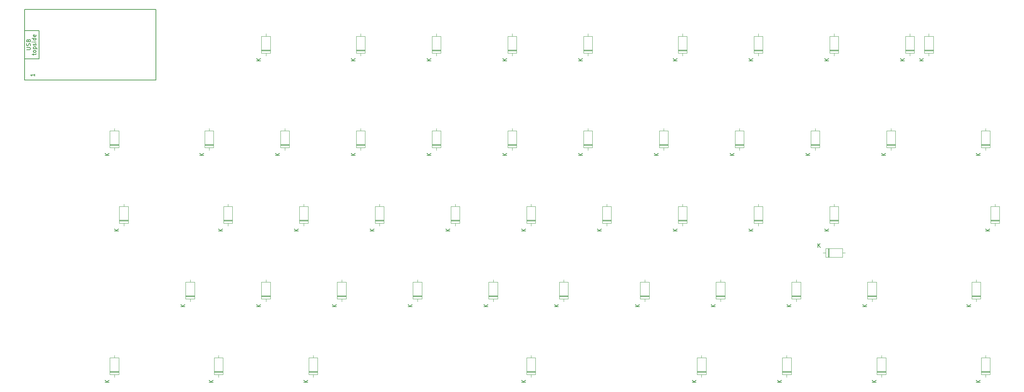
<source format=gbr>
%TF.GenerationSoftware,KiCad,Pcbnew,7.0.8+dfsg-1*%
%TF.CreationDate,2023-11-03T17:26:10+01:00*%
%TF.ProjectId,plopplop-rounded,706c6f70-706c-46f7-902d-726f756e6465,rev?*%
%TF.SameCoordinates,PXfbec30PY8198450*%
%TF.FileFunction,Legend,Top*%
%TF.FilePolarity,Positive*%
%FSLAX46Y46*%
G04 Gerber Fmt 4.6, Leading zero omitted, Abs format (unit mm)*
G04 Created by KiCad (PCBNEW 7.0.8+dfsg-1) date 2023-11-03 17:26:10*
%MOMM*%
%LPD*%
G01*
G04 APERTURE LIST*
%ADD10C,0.150000*%
%ADD11C,0.120000*%
G04 APERTURE END LIST*
D10*
X248844819Y12755596D02*
X247844819Y12755596D01*
X248844819Y13327024D02*
X248273390Y12898453D01*
X247844819Y13327024D02*
X248416247Y12755596D01*
X222651069Y12755596D02*
X221651069Y12755596D01*
X222651069Y13327024D02*
X222079640Y12898453D01*
X221651069Y13327024D02*
X222222497Y12755596D01*
X198838569Y12755596D02*
X197838569Y12755596D01*
X198838569Y13327024D02*
X198267140Y12898453D01*
X197838569Y13327024D02*
X198409997Y12755596D01*
X177407319Y12755596D02*
X176407319Y12755596D01*
X177407319Y13327024D02*
X176835890Y12898453D01*
X176407319Y13327024D02*
X176978747Y12755596D01*
X134544819Y12755596D02*
X133544819Y12755596D01*
X134544819Y13327024D02*
X133973390Y12898453D01*
X133544819Y13327024D02*
X134116247Y12755596D01*
X79776069Y12755596D02*
X78776069Y12755596D01*
X79776069Y13327024D02*
X79204640Y12898453D01*
X78776069Y13327024D02*
X79347497Y12755596D01*
X55963569Y12755596D02*
X54963569Y12755596D01*
X55963569Y13327024D02*
X55392140Y12898453D01*
X54963569Y13327024D02*
X55534997Y12755596D01*
X29769819Y12755596D02*
X28769819Y12755596D01*
X29769819Y13327024D02*
X29198390Y12898453D01*
X28769819Y13327024D02*
X29341247Y12755596D01*
X246463569Y31805596D02*
X245463569Y31805596D01*
X246463569Y32377024D02*
X245892140Y31948453D01*
X245463569Y32377024D02*
X246034997Y31805596D01*
X220269819Y31805596D02*
X219269819Y31805596D01*
X220269819Y32377024D02*
X219698390Y31948453D01*
X219269819Y32377024D02*
X219841247Y31805596D01*
X201219819Y31805596D02*
X200219819Y31805596D01*
X201219819Y32377024D02*
X200648390Y31948453D01*
X200219819Y32377024D02*
X200791247Y31805596D01*
X182169819Y31805596D02*
X181169819Y31805596D01*
X182169819Y32377024D02*
X181598390Y31948453D01*
X181169819Y32377024D02*
X181741247Y31805596D01*
X163119819Y31805596D02*
X162119819Y31805596D01*
X163119819Y32377024D02*
X162548390Y31948453D01*
X162119819Y32377024D02*
X162691247Y31805596D01*
X142769819Y31805596D02*
X141769819Y31805596D01*
X142769819Y32377024D02*
X142198390Y31948453D01*
X141769819Y32377024D02*
X142341247Y31805596D01*
X125019819Y31805596D02*
X124019819Y31805596D01*
X125019819Y32377024D02*
X124448390Y31948453D01*
X124019819Y32377024D02*
X124591247Y31805596D01*
X105969819Y31805596D02*
X104969819Y31805596D01*
X105969819Y32377024D02*
X105398390Y31948453D01*
X104969819Y32377024D02*
X105541247Y31805596D01*
X86919819Y31805596D02*
X85919819Y31805596D01*
X86919819Y32377024D02*
X86348390Y31948453D01*
X85919819Y32377024D02*
X86491247Y31805596D01*
X67869819Y31805596D02*
X66869819Y31805596D01*
X67869819Y32377024D02*
X67298390Y31948453D01*
X66869819Y32377024D02*
X67441247Y31805596D01*
X48819819Y31805596D02*
X47819819Y31805596D01*
X48819819Y32377024D02*
X48248390Y31948453D01*
X47819819Y32377024D02*
X48391247Y31805596D01*
X251226069Y50855596D02*
X250226069Y50855596D01*
X251226069Y51427024D02*
X250654640Y50998453D01*
X250226069Y51427024D02*
X250797497Y50855596D01*
X208018095Y46747681D02*
X208018095Y47747681D01*
X208589523Y46747681D02*
X208160952Y47319110D01*
X208589523Y47747681D02*
X208018095Y47176253D01*
X210744819Y50855596D02*
X209744819Y50855596D01*
X210744819Y51427024D02*
X210173390Y50998453D01*
X209744819Y51427024D02*
X210316247Y50855596D01*
X191694819Y50855596D02*
X190694819Y50855596D01*
X191694819Y51427024D02*
X191123390Y50998453D01*
X190694819Y51427024D02*
X191266247Y50855596D01*
X172644819Y50855596D02*
X171644819Y50855596D01*
X172644819Y51427024D02*
X172073390Y50998453D01*
X171644819Y51427024D02*
X172216247Y50855596D01*
X153594819Y50855596D02*
X152594819Y50855596D01*
X153594819Y51427024D02*
X153023390Y50998453D01*
X152594819Y51427024D02*
X153166247Y50855596D01*
X134544819Y50855596D02*
X133544819Y50855596D01*
X134544819Y51427024D02*
X133973390Y50998453D01*
X133544819Y51427024D02*
X134116247Y50855596D01*
X115494819Y50855596D02*
X114494819Y50855596D01*
X115494819Y51427024D02*
X114923390Y50998453D01*
X114494819Y51427024D02*
X115066247Y50855596D01*
X96444819Y50855596D02*
X95444819Y50855596D01*
X96444819Y51427024D02*
X95873390Y50998453D01*
X95444819Y51427024D02*
X96016247Y50855596D01*
X77394819Y50855596D02*
X76394819Y50855596D01*
X77394819Y51427024D02*
X76823390Y50998453D01*
X76394819Y51427024D02*
X76966247Y50855596D01*
X58344819Y50855596D02*
X57344819Y50855596D01*
X58344819Y51427024D02*
X57773390Y50998453D01*
X57344819Y51427024D02*
X57916247Y50855596D01*
X32151069Y50855596D02*
X31151069Y50855596D01*
X32151069Y51427024D02*
X31579640Y50998453D01*
X31151069Y51427024D02*
X31722497Y50855596D01*
X248844819Y69905596D02*
X247844819Y69905596D01*
X248844819Y70477024D02*
X248273390Y70048453D01*
X247844819Y70477024D02*
X248416247Y69905596D01*
X225032319Y69905596D02*
X224032319Y69905596D01*
X225032319Y70477024D02*
X224460890Y70048453D01*
X224032319Y70477024D02*
X224603747Y69905596D01*
X205982319Y69905596D02*
X204982319Y69905596D01*
X205982319Y70477024D02*
X205410890Y70048453D01*
X204982319Y70477024D02*
X205553747Y69905596D01*
X186932319Y69905596D02*
X185932319Y69905596D01*
X186932319Y70477024D02*
X186360890Y70048453D01*
X185932319Y70477024D02*
X186503747Y69905596D01*
X167882319Y69905596D02*
X166882319Y69905596D01*
X167882319Y70477024D02*
X167310890Y70048453D01*
X166882319Y70477024D02*
X167453747Y69905596D01*
X148832319Y69905596D02*
X147832319Y69905596D01*
X148832319Y70477024D02*
X148260890Y70048453D01*
X147832319Y70477024D02*
X148403747Y69905596D01*
X129782319Y69905596D02*
X128782319Y69905596D01*
X129782319Y70477024D02*
X129210890Y70048453D01*
X128782319Y70477024D02*
X129353747Y69905596D01*
X110732319Y69905596D02*
X109732319Y69905596D01*
X110732319Y70477024D02*
X110160890Y70048453D01*
X109732319Y70477024D02*
X110303747Y69905596D01*
X91682319Y69905596D02*
X90682319Y69905596D01*
X91682319Y70477024D02*
X91110890Y70048453D01*
X90682319Y70477024D02*
X91253747Y69905596D01*
X72632319Y69905596D02*
X71632319Y69905596D01*
X72632319Y70477024D02*
X72060890Y70048453D01*
X71632319Y70477024D02*
X72203747Y69905596D01*
X53582319Y69905596D02*
X52582319Y69905596D01*
X53582319Y70477024D02*
X53010890Y70048453D01*
X52582319Y70477024D02*
X53153747Y69905596D01*
X29769819Y69905596D02*
X28769819Y69905596D01*
X29769819Y70477024D02*
X29198390Y70048453D01*
X28769819Y70477024D02*
X29341247Y69905596D01*
X234557319Y93718096D02*
X233557319Y93718096D01*
X234557319Y94289524D02*
X233985890Y93860953D01*
X233557319Y94289524D02*
X234128747Y93718096D01*
X229794819Y93718096D02*
X228794819Y93718096D01*
X229794819Y94289524D02*
X229223390Y93860953D01*
X228794819Y94289524D02*
X229366247Y93718096D01*
X210744819Y93718096D02*
X209744819Y93718096D01*
X210744819Y94289524D02*
X210173390Y93860953D01*
X209744819Y94289524D02*
X210316247Y93718096D01*
X191694819Y93718096D02*
X190694819Y93718096D01*
X191694819Y94289524D02*
X191123390Y93860953D01*
X190694819Y94289524D02*
X191266247Y93718096D01*
X172644819Y93718096D02*
X171644819Y93718096D01*
X172644819Y94289524D02*
X172073390Y93860953D01*
X171644819Y94289524D02*
X172216247Y93718096D01*
X148832319Y93718096D02*
X147832319Y93718096D01*
X148832319Y94289524D02*
X148260890Y93860953D01*
X147832319Y94289524D02*
X148403747Y93718096D01*
X129782319Y93718096D02*
X128782319Y93718096D01*
X129782319Y94289524D02*
X129210890Y93860953D01*
X128782319Y94289524D02*
X129353747Y93718096D01*
X110732319Y93718096D02*
X109732319Y93718096D01*
X110732319Y94289524D02*
X110160890Y93860953D01*
X109732319Y94289524D02*
X110303747Y93718096D01*
X91682319Y93718096D02*
X90682319Y93718096D01*
X91682319Y94289524D02*
X91110890Y93860953D01*
X90682319Y94289524D02*
X91253747Y93718096D01*
X9022319Y96528096D02*
X9831842Y96528096D01*
X9831842Y96528096D02*
X9927080Y96575715D01*
X9927080Y96575715D02*
X9974700Y96623334D01*
X9974700Y96623334D02*
X10022319Y96718572D01*
X10022319Y96718572D02*
X10022319Y96909048D01*
X10022319Y96909048D02*
X9974700Y97004286D01*
X9974700Y97004286D02*
X9927080Y97051905D01*
X9927080Y97051905D02*
X9831842Y97099524D01*
X9831842Y97099524D02*
X9022319Y97099524D01*
X9974700Y97528096D02*
X10022319Y97670953D01*
X10022319Y97670953D02*
X10022319Y97909048D01*
X10022319Y97909048D02*
X9974700Y98004286D01*
X9974700Y98004286D02*
X9927080Y98051905D01*
X9927080Y98051905D02*
X9831842Y98099524D01*
X9831842Y98099524D02*
X9736604Y98099524D01*
X9736604Y98099524D02*
X9641366Y98051905D01*
X9641366Y98051905D02*
X9593747Y98004286D01*
X9593747Y98004286D02*
X9546128Y97909048D01*
X9546128Y97909048D02*
X9498509Y97718572D01*
X9498509Y97718572D02*
X9450890Y97623334D01*
X9450890Y97623334D02*
X9403271Y97575715D01*
X9403271Y97575715D02*
X9308033Y97528096D01*
X9308033Y97528096D02*
X9212795Y97528096D01*
X9212795Y97528096D02*
X9117557Y97575715D01*
X9117557Y97575715D02*
X9069938Y97623334D01*
X9069938Y97623334D02*
X9022319Y97718572D01*
X9022319Y97718572D02*
X9022319Y97956667D01*
X9022319Y97956667D02*
X9069938Y98099524D01*
X9498509Y98861429D02*
X9546128Y99004286D01*
X9546128Y99004286D02*
X9593747Y99051905D01*
X9593747Y99051905D02*
X9688985Y99099524D01*
X9688985Y99099524D02*
X9831842Y99099524D01*
X9831842Y99099524D02*
X9927080Y99051905D01*
X9927080Y99051905D02*
X9974700Y99004286D01*
X9974700Y99004286D02*
X10022319Y98909048D01*
X10022319Y98909048D02*
X10022319Y98528096D01*
X10022319Y98528096D02*
X9022319Y98528096D01*
X9022319Y98528096D02*
X9022319Y98861429D01*
X9022319Y98861429D02*
X9069938Y98956667D01*
X9069938Y98956667D02*
X9117557Y99004286D01*
X9117557Y99004286D02*
X9212795Y99051905D01*
X9212795Y99051905D02*
X9308033Y99051905D01*
X9308033Y99051905D02*
X9403271Y99004286D01*
X9403271Y99004286D02*
X9450890Y98956667D01*
X9450890Y98956667D02*
X9498509Y98861429D01*
X9498509Y98861429D02*
X9498509Y98528096D01*
X10755652Y95170953D02*
X10755652Y95551905D01*
X10422319Y95313810D02*
X11279461Y95313810D01*
X11279461Y95313810D02*
X11374700Y95361429D01*
X11374700Y95361429D02*
X11422319Y95456667D01*
X11422319Y95456667D02*
X11422319Y95551905D01*
X11422319Y96028096D02*
X11374700Y95932858D01*
X11374700Y95932858D02*
X11327080Y95885239D01*
X11327080Y95885239D02*
X11231842Y95837620D01*
X11231842Y95837620D02*
X10946128Y95837620D01*
X10946128Y95837620D02*
X10850890Y95885239D01*
X10850890Y95885239D02*
X10803271Y95932858D01*
X10803271Y95932858D02*
X10755652Y96028096D01*
X10755652Y96028096D02*
X10755652Y96170953D01*
X10755652Y96170953D02*
X10803271Y96266191D01*
X10803271Y96266191D02*
X10850890Y96313810D01*
X10850890Y96313810D02*
X10946128Y96361429D01*
X10946128Y96361429D02*
X11231842Y96361429D01*
X11231842Y96361429D02*
X11327080Y96313810D01*
X11327080Y96313810D02*
X11374700Y96266191D01*
X11374700Y96266191D02*
X11422319Y96170953D01*
X11422319Y96170953D02*
X11422319Y96028096D01*
X10755652Y96790001D02*
X11755652Y96790001D01*
X10803271Y96790001D02*
X10755652Y96885239D01*
X10755652Y96885239D02*
X10755652Y97075715D01*
X10755652Y97075715D02*
X10803271Y97170953D01*
X10803271Y97170953D02*
X10850890Y97218572D01*
X10850890Y97218572D02*
X10946128Y97266191D01*
X10946128Y97266191D02*
X11231842Y97266191D01*
X11231842Y97266191D02*
X11327080Y97218572D01*
X11327080Y97218572D02*
X11374700Y97170953D01*
X11374700Y97170953D02*
X11422319Y97075715D01*
X11422319Y97075715D02*
X11422319Y96885239D01*
X11422319Y96885239D02*
X11374700Y96790001D01*
X11374700Y97647144D02*
X11422319Y97742382D01*
X11422319Y97742382D02*
X11422319Y97932858D01*
X11422319Y97932858D02*
X11374700Y98028096D01*
X11374700Y98028096D02*
X11279461Y98075715D01*
X11279461Y98075715D02*
X11231842Y98075715D01*
X11231842Y98075715D02*
X11136604Y98028096D01*
X11136604Y98028096D02*
X11088985Y97932858D01*
X11088985Y97932858D02*
X11088985Y97790001D01*
X11088985Y97790001D02*
X11041366Y97694763D01*
X11041366Y97694763D02*
X10946128Y97647144D01*
X10946128Y97647144D02*
X10898509Y97647144D01*
X10898509Y97647144D02*
X10803271Y97694763D01*
X10803271Y97694763D02*
X10755652Y97790001D01*
X10755652Y97790001D02*
X10755652Y97932858D01*
X10755652Y97932858D02*
X10803271Y98028096D01*
X11422319Y98504287D02*
X10755652Y98504287D01*
X10422319Y98504287D02*
X10469938Y98456668D01*
X10469938Y98456668D02*
X10517557Y98504287D01*
X10517557Y98504287D02*
X10469938Y98551906D01*
X10469938Y98551906D02*
X10422319Y98504287D01*
X10422319Y98504287D02*
X10517557Y98504287D01*
X11422319Y99409048D02*
X10422319Y99409048D01*
X11374700Y99409048D02*
X11422319Y99313810D01*
X11422319Y99313810D02*
X11422319Y99123334D01*
X11422319Y99123334D02*
X11374700Y99028096D01*
X11374700Y99028096D02*
X11327080Y98980477D01*
X11327080Y98980477D02*
X11231842Y98932858D01*
X11231842Y98932858D02*
X10946128Y98932858D01*
X10946128Y98932858D02*
X10850890Y98980477D01*
X10850890Y98980477D02*
X10803271Y99028096D01*
X10803271Y99028096D02*
X10755652Y99123334D01*
X10755652Y99123334D02*
X10755652Y99313810D01*
X10755652Y99313810D02*
X10803271Y99409048D01*
X11374700Y100266191D02*
X11422319Y100170953D01*
X11422319Y100170953D02*
X11422319Y99980477D01*
X11422319Y99980477D02*
X11374700Y99885239D01*
X11374700Y99885239D02*
X11279461Y99837620D01*
X11279461Y99837620D02*
X10898509Y99837620D01*
X10898509Y99837620D02*
X10803271Y99885239D01*
X10803271Y99885239D02*
X10755652Y99980477D01*
X10755652Y99980477D02*
X10755652Y100170953D01*
X10755652Y100170953D02*
X10803271Y100266191D01*
X10803271Y100266191D02*
X10898509Y100313810D01*
X10898509Y100313810D02*
X10993747Y100313810D01*
X10993747Y100313810D02*
X11088985Y99837620D01*
X11052319Y90455715D02*
X11052319Y89884287D01*
X11052319Y90170001D02*
X10052319Y90170001D01*
X10052319Y90170001D02*
X10195176Y90074763D01*
X10195176Y90074763D02*
X10290414Y89979525D01*
X10290414Y89979525D02*
X10338033Y89884287D01*
X9022319Y96528096D02*
X9831842Y96528096D01*
X9831842Y96528096D02*
X9927080Y96575715D01*
X9927080Y96575715D02*
X9974700Y96623334D01*
X9974700Y96623334D02*
X10022319Y96718572D01*
X10022319Y96718572D02*
X10022319Y96909048D01*
X10022319Y96909048D02*
X9974700Y97004286D01*
X9974700Y97004286D02*
X9927080Y97051905D01*
X9927080Y97051905D02*
X9831842Y97099524D01*
X9831842Y97099524D02*
X9022319Y97099524D01*
X9974700Y97528096D02*
X10022319Y97670953D01*
X10022319Y97670953D02*
X10022319Y97909048D01*
X10022319Y97909048D02*
X9974700Y98004286D01*
X9974700Y98004286D02*
X9927080Y98051905D01*
X9927080Y98051905D02*
X9831842Y98099524D01*
X9831842Y98099524D02*
X9736604Y98099524D01*
X9736604Y98099524D02*
X9641366Y98051905D01*
X9641366Y98051905D02*
X9593747Y98004286D01*
X9593747Y98004286D02*
X9546128Y97909048D01*
X9546128Y97909048D02*
X9498509Y97718572D01*
X9498509Y97718572D02*
X9450890Y97623334D01*
X9450890Y97623334D02*
X9403271Y97575715D01*
X9403271Y97575715D02*
X9308033Y97528096D01*
X9308033Y97528096D02*
X9212795Y97528096D01*
X9212795Y97528096D02*
X9117557Y97575715D01*
X9117557Y97575715D02*
X9069938Y97623334D01*
X9069938Y97623334D02*
X9022319Y97718572D01*
X9022319Y97718572D02*
X9022319Y97956667D01*
X9022319Y97956667D02*
X9069938Y98099524D01*
X9498509Y98861429D02*
X9546128Y99004286D01*
X9546128Y99004286D02*
X9593747Y99051905D01*
X9593747Y99051905D02*
X9688985Y99099524D01*
X9688985Y99099524D02*
X9831842Y99099524D01*
X9831842Y99099524D02*
X9927080Y99051905D01*
X9927080Y99051905D02*
X9974700Y99004286D01*
X9974700Y99004286D02*
X10022319Y98909048D01*
X10022319Y98909048D02*
X10022319Y98528096D01*
X10022319Y98528096D02*
X9022319Y98528096D01*
X9022319Y98528096D02*
X9022319Y98861429D01*
X9022319Y98861429D02*
X9069938Y98956667D01*
X9069938Y98956667D02*
X9117557Y99004286D01*
X9117557Y99004286D02*
X9212795Y99051905D01*
X9212795Y99051905D02*
X9308033Y99051905D01*
X9308033Y99051905D02*
X9403271Y99004286D01*
X9403271Y99004286D02*
X9450890Y98956667D01*
X9450890Y98956667D02*
X9498509Y98861429D01*
X9498509Y98861429D02*
X9498509Y98528096D01*
X67869819Y93718096D02*
X66869819Y93718096D01*
X67869819Y94289524D02*
X67298390Y93860953D01*
X66869819Y94289524D02*
X67441247Y93718096D01*
D11*
%TO.C,D53*%
X250190000Y19597500D02*
X250190000Y18947500D01*
X251310000Y14707500D02*
X251310000Y18947500D01*
X249070000Y14707500D02*
X251310000Y14707500D01*
X250190000Y14057500D02*
X250190000Y14707500D01*
X249070000Y15547500D02*
X251310000Y15547500D01*
X251310000Y18947500D02*
X249070000Y18947500D01*
X249070000Y15307500D02*
X251310000Y15307500D01*
X249070000Y15427500D02*
X251310000Y15427500D01*
X249070000Y18947500D02*
X249070000Y14707500D01*
%TO.C,D52*%
X223996250Y19597500D02*
X223996250Y18947500D01*
X225116250Y14707500D02*
X225116250Y18947500D01*
X222876250Y14707500D02*
X225116250Y14707500D01*
X223996250Y14057500D02*
X223996250Y14707500D01*
X222876250Y15547500D02*
X225116250Y15547500D01*
X225116250Y18947500D02*
X222876250Y18947500D01*
X222876250Y15307500D02*
X225116250Y15307500D01*
X222876250Y15427500D02*
X225116250Y15427500D01*
X222876250Y18947500D02*
X222876250Y14707500D01*
%TO.C,D51*%
X200183750Y19597500D02*
X200183750Y18947500D01*
X201303750Y14707500D02*
X201303750Y18947500D01*
X199063750Y14707500D02*
X201303750Y14707500D01*
X200183750Y14057500D02*
X200183750Y14707500D01*
X199063750Y15547500D02*
X201303750Y15547500D01*
X201303750Y18947500D02*
X199063750Y18947500D01*
X199063750Y15307500D02*
X201303750Y15307500D01*
X199063750Y15427500D02*
X201303750Y15427500D01*
X199063750Y18947500D02*
X199063750Y14707500D01*
%TO.C,D50*%
X178752500Y19597500D02*
X178752500Y18947500D01*
X179872500Y14707500D02*
X179872500Y18947500D01*
X177632500Y14707500D02*
X179872500Y14707500D01*
X178752500Y14057500D02*
X178752500Y14707500D01*
X177632500Y15547500D02*
X179872500Y15547500D01*
X179872500Y18947500D02*
X177632500Y18947500D01*
X177632500Y15307500D02*
X179872500Y15307500D01*
X177632500Y15427500D02*
X179872500Y15427500D01*
X177632500Y18947500D02*
X177632500Y14707500D01*
%TO.C,D49*%
X135890000Y19597500D02*
X135890000Y18947500D01*
X137010000Y14707500D02*
X137010000Y18947500D01*
X134770000Y14707500D02*
X137010000Y14707500D01*
X135890000Y14057500D02*
X135890000Y14707500D01*
X134770000Y15547500D02*
X137010000Y15547500D01*
X137010000Y18947500D02*
X134770000Y18947500D01*
X134770000Y15307500D02*
X137010000Y15307500D01*
X134770000Y15427500D02*
X137010000Y15427500D01*
X134770000Y18947500D02*
X134770000Y14707500D01*
%TO.C,D48*%
X81121250Y19597500D02*
X81121250Y18947500D01*
X82241250Y14707500D02*
X82241250Y18947500D01*
X80001250Y14707500D02*
X82241250Y14707500D01*
X81121250Y14057500D02*
X81121250Y14707500D01*
X80001250Y15547500D02*
X82241250Y15547500D01*
X82241250Y18947500D02*
X80001250Y18947500D01*
X80001250Y15307500D02*
X82241250Y15307500D01*
X80001250Y15427500D02*
X82241250Y15427500D01*
X80001250Y18947500D02*
X80001250Y14707500D01*
%TO.C,D47*%
X57308750Y19597500D02*
X57308750Y18947500D01*
X58428750Y14707500D02*
X58428750Y18947500D01*
X56188750Y14707500D02*
X58428750Y14707500D01*
X57308750Y14057500D02*
X57308750Y14707500D01*
X56188750Y15547500D02*
X58428750Y15547500D01*
X58428750Y18947500D02*
X56188750Y18947500D01*
X56188750Y15307500D02*
X58428750Y15307500D01*
X56188750Y15427500D02*
X58428750Y15427500D01*
X56188750Y18947500D02*
X56188750Y14707500D01*
%TO.C,D46*%
X31115000Y19597500D02*
X31115000Y18947500D01*
X32235000Y14707500D02*
X32235000Y18947500D01*
X29995000Y14707500D02*
X32235000Y14707500D01*
X31115000Y14057500D02*
X31115000Y14707500D01*
X29995000Y15547500D02*
X32235000Y15547500D01*
X32235000Y18947500D02*
X29995000Y18947500D01*
X29995000Y15307500D02*
X32235000Y15307500D01*
X29995000Y15427500D02*
X32235000Y15427500D01*
X29995000Y18947500D02*
X29995000Y14707500D01*
%TO.C,D45*%
X247808750Y38647500D02*
X247808750Y37997500D01*
X248928750Y33757500D02*
X248928750Y37997500D01*
X246688750Y33757500D02*
X248928750Y33757500D01*
X247808750Y33107500D02*
X247808750Y33757500D01*
X246688750Y34597500D02*
X248928750Y34597500D01*
X248928750Y37997500D02*
X246688750Y37997500D01*
X246688750Y34357500D02*
X248928750Y34357500D01*
X246688750Y34477500D02*
X248928750Y34477500D01*
X246688750Y37997500D02*
X246688750Y33757500D01*
%TO.C,D44*%
X221615000Y38647500D02*
X221615000Y37997500D01*
X222735000Y33757500D02*
X222735000Y37997500D01*
X220495000Y33757500D02*
X222735000Y33757500D01*
X221615000Y33107500D02*
X221615000Y33757500D01*
X220495000Y34597500D02*
X222735000Y34597500D01*
X222735000Y37997500D02*
X220495000Y37997500D01*
X220495000Y34357500D02*
X222735000Y34357500D01*
X220495000Y34477500D02*
X222735000Y34477500D01*
X220495000Y37997500D02*
X220495000Y33757500D01*
%TO.C,D43*%
X202565000Y38647500D02*
X202565000Y37997500D01*
X203685000Y33757500D02*
X203685000Y37997500D01*
X201445000Y33757500D02*
X203685000Y33757500D01*
X202565000Y33107500D02*
X202565000Y33757500D01*
X201445000Y34597500D02*
X203685000Y34597500D01*
X203685000Y37997500D02*
X201445000Y37997500D01*
X201445000Y34357500D02*
X203685000Y34357500D01*
X201445000Y34477500D02*
X203685000Y34477500D01*
X201445000Y37997500D02*
X201445000Y33757500D01*
%TO.C,D42*%
X183515000Y38647500D02*
X183515000Y37997500D01*
X184635000Y33757500D02*
X184635000Y37997500D01*
X182395000Y33757500D02*
X184635000Y33757500D01*
X183515000Y33107500D02*
X183515000Y33757500D01*
X182395000Y34597500D02*
X184635000Y34597500D01*
X184635000Y37997500D02*
X182395000Y37997500D01*
X182395000Y34357500D02*
X184635000Y34357500D01*
X182395000Y34477500D02*
X184635000Y34477500D01*
X182395000Y37997500D02*
X182395000Y33757500D01*
%TO.C,D41*%
X164465000Y38647500D02*
X164465000Y37997500D01*
X165585000Y33757500D02*
X165585000Y37997500D01*
X163345000Y33757500D02*
X165585000Y33757500D01*
X164465000Y33107500D02*
X164465000Y33757500D01*
X163345000Y34597500D02*
X165585000Y34597500D01*
X165585000Y37997500D02*
X163345000Y37997500D01*
X163345000Y34357500D02*
X165585000Y34357500D01*
X163345000Y34477500D02*
X165585000Y34477500D01*
X163345000Y37997500D02*
X163345000Y33757500D01*
%TO.C,D40*%
X144115000Y38647500D02*
X144115000Y37997500D01*
X145235000Y33757500D02*
X145235000Y37997500D01*
X142995000Y33757500D02*
X145235000Y33757500D01*
X144115000Y33107500D02*
X144115000Y33757500D01*
X142995000Y34597500D02*
X145235000Y34597500D01*
X145235000Y37997500D02*
X142995000Y37997500D01*
X142995000Y34357500D02*
X145235000Y34357500D01*
X142995000Y34477500D02*
X145235000Y34477500D01*
X142995000Y37997500D02*
X142995000Y33757500D01*
%TO.C,D39*%
X126365000Y38647500D02*
X126365000Y37997500D01*
X127485000Y33757500D02*
X127485000Y37997500D01*
X125245000Y33757500D02*
X127485000Y33757500D01*
X126365000Y33107500D02*
X126365000Y33757500D01*
X125245000Y34597500D02*
X127485000Y34597500D01*
X127485000Y37997500D02*
X125245000Y37997500D01*
X125245000Y34357500D02*
X127485000Y34357500D01*
X125245000Y34477500D02*
X127485000Y34477500D01*
X125245000Y37997500D02*
X125245000Y33757500D01*
%TO.C,D38*%
X107315000Y38647500D02*
X107315000Y37997500D01*
X108435000Y33757500D02*
X108435000Y37997500D01*
X106195000Y33757500D02*
X108435000Y33757500D01*
X107315000Y33107500D02*
X107315000Y33757500D01*
X106195000Y34597500D02*
X108435000Y34597500D01*
X108435000Y37997500D02*
X106195000Y37997500D01*
X106195000Y34357500D02*
X108435000Y34357500D01*
X106195000Y34477500D02*
X108435000Y34477500D01*
X106195000Y37997500D02*
X106195000Y33757500D01*
%TO.C,D37*%
X88265000Y38647500D02*
X88265000Y37997500D01*
X89385000Y33757500D02*
X89385000Y37997500D01*
X87145000Y33757500D02*
X89385000Y33757500D01*
X88265000Y33107500D02*
X88265000Y33757500D01*
X87145000Y34597500D02*
X89385000Y34597500D01*
X89385000Y37997500D02*
X87145000Y37997500D01*
X87145000Y34357500D02*
X89385000Y34357500D01*
X87145000Y34477500D02*
X89385000Y34477500D01*
X87145000Y37997500D02*
X87145000Y33757500D01*
%TO.C,D36*%
X69215000Y38647500D02*
X69215000Y37997500D01*
X70335000Y33757500D02*
X70335000Y37997500D01*
X68095000Y33757500D02*
X70335000Y33757500D01*
X69215000Y33107500D02*
X69215000Y33757500D01*
X68095000Y34597500D02*
X70335000Y34597500D01*
X70335000Y37997500D02*
X68095000Y37997500D01*
X68095000Y34357500D02*
X70335000Y34357500D01*
X68095000Y34477500D02*
X70335000Y34477500D01*
X68095000Y37997500D02*
X68095000Y33757500D01*
%TO.C,D35*%
X50165000Y38647500D02*
X50165000Y37997500D01*
X51285000Y33757500D02*
X51285000Y37997500D01*
X49045000Y33757500D02*
X51285000Y33757500D01*
X50165000Y33107500D02*
X50165000Y33757500D01*
X49045000Y34597500D02*
X51285000Y34597500D01*
X51285000Y37997500D02*
X49045000Y37997500D01*
X49045000Y34357500D02*
X51285000Y34357500D01*
X49045000Y34477500D02*
X51285000Y34477500D01*
X49045000Y37997500D02*
X49045000Y33757500D01*
%TO.C,D34*%
X252571250Y57697500D02*
X252571250Y57047500D01*
X253691250Y52807500D02*
X253691250Y57047500D01*
X251451250Y52807500D02*
X253691250Y52807500D01*
X252571250Y52157500D02*
X252571250Y52807500D01*
X251451250Y53647500D02*
X253691250Y53647500D01*
X253691250Y57047500D02*
X251451250Y57047500D01*
X251451250Y53407500D02*
X253691250Y53407500D01*
X251451250Y53527500D02*
X253691250Y53527500D01*
X251451250Y57047500D02*
X251451250Y52807500D01*
%TO.C,D33*%
X214860000Y45402500D02*
X214210000Y45402500D01*
X209970000Y44282500D02*
X214210000Y44282500D01*
X209970000Y46522500D02*
X209970000Y44282500D01*
X209320000Y45402500D02*
X209970000Y45402500D01*
X210810000Y46522500D02*
X210810000Y44282500D01*
X214210000Y44282500D02*
X214210000Y46522500D01*
X210570000Y46522500D02*
X210570000Y44282500D01*
X210690000Y46522500D02*
X210690000Y44282500D01*
X214210000Y46522500D02*
X209970000Y46522500D01*
%TO.C,D32*%
X212090000Y57697500D02*
X212090000Y57047500D01*
X213210000Y52807500D02*
X213210000Y57047500D01*
X210970000Y52807500D02*
X213210000Y52807500D01*
X212090000Y52157500D02*
X212090000Y52807500D01*
X210970000Y53647500D02*
X213210000Y53647500D01*
X213210000Y57047500D02*
X210970000Y57047500D01*
X210970000Y53407500D02*
X213210000Y53407500D01*
X210970000Y53527500D02*
X213210000Y53527500D01*
X210970000Y57047500D02*
X210970000Y52807500D01*
%TO.C,D31*%
X193040000Y57697500D02*
X193040000Y57047500D01*
X194160000Y52807500D02*
X194160000Y57047500D01*
X191920000Y52807500D02*
X194160000Y52807500D01*
X193040000Y52157500D02*
X193040000Y52807500D01*
X191920000Y53647500D02*
X194160000Y53647500D01*
X194160000Y57047500D02*
X191920000Y57047500D01*
X191920000Y53407500D02*
X194160000Y53407500D01*
X191920000Y53527500D02*
X194160000Y53527500D01*
X191920000Y57047500D02*
X191920000Y52807500D01*
%TO.C,D30*%
X173990000Y57697500D02*
X173990000Y57047500D01*
X175110000Y52807500D02*
X175110000Y57047500D01*
X172870000Y52807500D02*
X175110000Y52807500D01*
X173990000Y52157500D02*
X173990000Y52807500D01*
X172870000Y53647500D02*
X175110000Y53647500D01*
X175110000Y57047500D02*
X172870000Y57047500D01*
X172870000Y53407500D02*
X175110000Y53407500D01*
X172870000Y53527500D02*
X175110000Y53527500D01*
X172870000Y57047500D02*
X172870000Y52807500D01*
%TO.C,D29*%
X154940000Y57697500D02*
X154940000Y57047500D01*
X156060000Y52807500D02*
X156060000Y57047500D01*
X153820000Y52807500D02*
X156060000Y52807500D01*
X154940000Y52157500D02*
X154940000Y52807500D01*
X153820000Y53647500D02*
X156060000Y53647500D01*
X156060000Y57047500D02*
X153820000Y57047500D01*
X153820000Y53407500D02*
X156060000Y53407500D01*
X153820000Y53527500D02*
X156060000Y53527500D01*
X153820000Y57047500D02*
X153820000Y52807500D01*
%TO.C,D28*%
X135890000Y57697500D02*
X135890000Y57047500D01*
X137010000Y52807500D02*
X137010000Y57047500D01*
X134770000Y52807500D02*
X137010000Y52807500D01*
X135890000Y52157500D02*
X135890000Y52807500D01*
X134770000Y53647500D02*
X137010000Y53647500D01*
X137010000Y57047500D02*
X134770000Y57047500D01*
X134770000Y53407500D02*
X137010000Y53407500D01*
X134770000Y53527500D02*
X137010000Y53527500D01*
X134770000Y57047500D02*
X134770000Y52807500D01*
%TO.C,D27*%
X116840000Y57697500D02*
X116840000Y57047500D01*
X117960000Y52807500D02*
X117960000Y57047500D01*
X115720000Y52807500D02*
X117960000Y52807500D01*
X116840000Y52157500D02*
X116840000Y52807500D01*
X115720000Y53647500D02*
X117960000Y53647500D01*
X117960000Y57047500D02*
X115720000Y57047500D01*
X115720000Y53407500D02*
X117960000Y53407500D01*
X115720000Y53527500D02*
X117960000Y53527500D01*
X115720000Y57047500D02*
X115720000Y52807500D01*
%TO.C,D26*%
X97790000Y57697500D02*
X97790000Y57047500D01*
X98910000Y52807500D02*
X98910000Y57047500D01*
X96670000Y52807500D02*
X98910000Y52807500D01*
X97790000Y52157500D02*
X97790000Y52807500D01*
X96670000Y53647500D02*
X98910000Y53647500D01*
X98910000Y57047500D02*
X96670000Y57047500D01*
X96670000Y53407500D02*
X98910000Y53407500D01*
X96670000Y53527500D02*
X98910000Y53527500D01*
X96670000Y57047500D02*
X96670000Y52807500D01*
%TO.C,D25*%
X78740000Y57697500D02*
X78740000Y57047500D01*
X79860000Y52807500D02*
X79860000Y57047500D01*
X77620000Y52807500D02*
X79860000Y52807500D01*
X78740000Y52157500D02*
X78740000Y52807500D01*
X77620000Y53647500D02*
X79860000Y53647500D01*
X79860000Y57047500D02*
X77620000Y57047500D01*
X77620000Y53407500D02*
X79860000Y53407500D01*
X77620000Y53527500D02*
X79860000Y53527500D01*
X77620000Y57047500D02*
X77620000Y52807500D01*
%TO.C,D24*%
X59690000Y57697500D02*
X59690000Y57047500D01*
X60810000Y52807500D02*
X60810000Y57047500D01*
X58570000Y52807500D02*
X60810000Y52807500D01*
X59690000Y52157500D02*
X59690000Y52807500D01*
X58570000Y53647500D02*
X60810000Y53647500D01*
X60810000Y57047500D02*
X58570000Y57047500D01*
X58570000Y53407500D02*
X60810000Y53407500D01*
X58570000Y53527500D02*
X60810000Y53527500D01*
X58570000Y57047500D02*
X58570000Y52807500D01*
%TO.C,D23*%
X33496250Y57697500D02*
X33496250Y57047500D01*
X34616250Y52807500D02*
X34616250Y57047500D01*
X32376250Y52807500D02*
X34616250Y52807500D01*
X33496250Y52157500D02*
X33496250Y52807500D01*
X32376250Y53647500D02*
X34616250Y53647500D01*
X34616250Y57047500D02*
X32376250Y57047500D01*
X32376250Y53407500D02*
X34616250Y53407500D01*
X32376250Y53527500D02*
X34616250Y53527500D01*
X32376250Y57047500D02*
X32376250Y52807500D01*
%TO.C,D22*%
X250190000Y76747500D02*
X250190000Y76097500D01*
X251310000Y71857500D02*
X251310000Y76097500D01*
X249070000Y71857500D02*
X251310000Y71857500D01*
X250190000Y71207500D02*
X250190000Y71857500D01*
X249070000Y72697500D02*
X251310000Y72697500D01*
X251310000Y76097500D02*
X249070000Y76097500D01*
X249070000Y72457500D02*
X251310000Y72457500D01*
X249070000Y72577500D02*
X251310000Y72577500D01*
X249070000Y76097500D02*
X249070000Y71857500D01*
%TO.C,D21*%
X226377500Y76747500D02*
X226377500Y76097500D01*
X227497500Y71857500D02*
X227497500Y76097500D01*
X225257500Y71857500D02*
X227497500Y71857500D01*
X226377500Y71207500D02*
X226377500Y71857500D01*
X225257500Y72697500D02*
X227497500Y72697500D01*
X227497500Y76097500D02*
X225257500Y76097500D01*
X225257500Y72457500D02*
X227497500Y72457500D01*
X225257500Y72577500D02*
X227497500Y72577500D01*
X225257500Y76097500D02*
X225257500Y71857500D01*
%TO.C,D20*%
X207327500Y76747500D02*
X207327500Y76097500D01*
X208447500Y71857500D02*
X208447500Y76097500D01*
X206207500Y71857500D02*
X208447500Y71857500D01*
X207327500Y71207500D02*
X207327500Y71857500D01*
X206207500Y72697500D02*
X208447500Y72697500D01*
X208447500Y76097500D02*
X206207500Y76097500D01*
X206207500Y72457500D02*
X208447500Y72457500D01*
X206207500Y72577500D02*
X208447500Y72577500D01*
X206207500Y76097500D02*
X206207500Y71857500D01*
%TO.C,D19*%
X188277500Y76747500D02*
X188277500Y76097500D01*
X189397500Y71857500D02*
X189397500Y76097500D01*
X187157500Y71857500D02*
X189397500Y71857500D01*
X188277500Y71207500D02*
X188277500Y71857500D01*
X187157500Y72697500D02*
X189397500Y72697500D01*
X189397500Y76097500D02*
X187157500Y76097500D01*
X187157500Y72457500D02*
X189397500Y72457500D01*
X187157500Y72577500D02*
X189397500Y72577500D01*
X187157500Y76097500D02*
X187157500Y71857500D01*
%TO.C,D18*%
X169227500Y76747500D02*
X169227500Y76097500D01*
X170347500Y71857500D02*
X170347500Y76097500D01*
X168107500Y71857500D02*
X170347500Y71857500D01*
X169227500Y71207500D02*
X169227500Y71857500D01*
X168107500Y72697500D02*
X170347500Y72697500D01*
X170347500Y76097500D02*
X168107500Y76097500D01*
X168107500Y72457500D02*
X170347500Y72457500D01*
X168107500Y72577500D02*
X170347500Y72577500D01*
X168107500Y76097500D02*
X168107500Y71857500D01*
%TO.C,D17*%
X150177500Y76747500D02*
X150177500Y76097500D01*
X151297500Y71857500D02*
X151297500Y76097500D01*
X149057500Y71857500D02*
X151297500Y71857500D01*
X150177500Y71207500D02*
X150177500Y71857500D01*
X149057500Y72697500D02*
X151297500Y72697500D01*
X151297500Y76097500D02*
X149057500Y76097500D01*
X149057500Y72457500D02*
X151297500Y72457500D01*
X149057500Y72577500D02*
X151297500Y72577500D01*
X149057500Y76097500D02*
X149057500Y71857500D01*
%TO.C,D16*%
X131127500Y76747500D02*
X131127500Y76097500D01*
X132247500Y71857500D02*
X132247500Y76097500D01*
X130007500Y71857500D02*
X132247500Y71857500D01*
X131127500Y71207500D02*
X131127500Y71857500D01*
X130007500Y72697500D02*
X132247500Y72697500D01*
X132247500Y76097500D02*
X130007500Y76097500D01*
X130007500Y72457500D02*
X132247500Y72457500D01*
X130007500Y72577500D02*
X132247500Y72577500D01*
X130007500Y76097500D02*
X130007500Y71857500D01*
%TO.C,D15*%
X112077500Y76747500D02*
X112077500Y76097500D01*
X113197500Y71857500D02*
X113197500Y76097500D01*
X110957500Y71857500D02*
X113197500Y71857500D01*
X112077500Y71207500D02*
X112077500Y71857500D01*
X110957500Y72697500D02*
X113197500Y72697500D01*
X113197500Y76097500D02*
X110957500Y76097500D01*
X110957500Y72457500D02*
X113197500Y72457500D01*
X110957500Y72577500D02*
X113197500Y72577500D01*
X110957500Y76097500D02*
X110957500Y71857500D01*
%TO.C,D14*%
X93027500Y76747500D02*
X93027500Y76097500D01*
X94147500Y71857500D02*
X94147500Y76097500D01*
X91907500Y71857500D02*
X94147500Y71857500D01*
X93027500Y71207500D02*
X93027500Y71857500D01*
X91907500Y72697500D02*
X94147500Y72697500D01*
X94147500Y76097500D02*
X91907500Y76097500D01*
X91907500Y72457500D02*
X94147500Y72457500D01*
X91907500Y72577500D02*
X94147500Y72577500D01*
X91907500Y76097500D02*
X91907500Y71857500D01*
%TO.C,D13*%
X73977500Y76747500D02*
X73977500Y76097500D01*
X75097500Y71857500D02*
X75097500Y76097500D01*
X72857500Y71857500D02*
X75097500Y71857500D01*
X73977500Y71207500D02*
X73977500Y71857500D01*
X72857500Y72697500D02*
X75097500Y72697500D01*
X75097500Y76097500D02*
X72857500Y76097500D01*
X72857500Y72457500D02*
X75097500Y72457500D01*
X72857500Y72577500D02*
X75097500Y72577500D01*
X72857500Y76097500D02*
X72857500Y71857500D01*
%TO.C,D12*%
X54927500Y76747500D02*
X54927500Y76097500D01*
X56047500Y71857500D02*
X56047500Y76097500D01*
X53807500Y71857500D02*
X56047500Y71857500D01*
X54927500Y71207500D02*
X54927500Y71857500D01*
X53807500Y72697500D02*
X56047500Y72697500D01*
X56047500Y76097500D02*
X53807500Y76097500D01*
X53807500Y72457500D02*
X56047500Y72457500D01*
X53807500Y72577500D02*
X56047500Y72577500D01*
X53807500Y76097500D02*
X53807500Y71857500D01*
%TO.C,D11*%
X31115000Y76747500D02*
X31115000Y76097500D01*
X32235000Y71857500D02*
X32235000Y76097500D01*
X29995000Y71857500D02*
X32235000Y71857500D01*
X31115000Y71207500D02*
X31115000Y71857500D01*
X29995000Y72697500D02*
X32235000Y72697500D01*
X32235000Y76097500D02*
X29995000Y76097500D01*
X29995000Y72457500D02*
X32235000Y72457500D01*
X29995000Y72577500D02*
X32235000Y72577500D01*
X29995000Y76097500D02*
X29995000Y71857500D01*
%TO.C,D10*%
X235902500Y100560000D02*
X235902500Y99910000D01*
X237022500Y95670000D02*
X237022500Y99910000D01*
X234782500Y95670000D02*
X237022500Y95670000D01*
X235902500Y95020000D02*
X235902500Y95670000D01*
X234782500Y96510000D02*
X237022500Y96510000D01*
X237022500Y99910000D02*
X234782500Y99910000D01*
X234782500Y96270000D02*
X237022500Y96270000D01*
X234782500Y96390000D02*
X237022500Y96390000D01*
X234782500Y99910000D02*
X234782500Y95670000D01*
%TO.C,D9*%
X231140000Y100560000D02*
X231140000Y99910000D01*
X232260000Y95670000D02*
X232260000Y99910000D01*
X230020000Y95670000D02*
X232260000Y95670000D01*
X231140000Y95020000D02*
X231140000Y95670000D01*
X230020000Y96510000D02*
X232260000Y96510000D01*
X232260000Y99910000D02*
X230020000Y99910000D01*
X230020000Y96270000D02*
X232260000Y96270000D01*
X230020000Y96390000D02*
X232260000Y96390000D01*
X230020000Y99910000D02*
X230020000Y95670000D01*
%TO.C,D8*%
X212090000Y100560000D02*
X212090000Y99910000D01*
X213210000Y95670000D02*
X213210000Y99910000D01*
X210970000Y95670000D02*
X213210000Y95670000D01*
X212090000Y95020000D02*
X212090000Y95670000D01*
X210970000Y96510000D02*
X213210000Y96510000D01*
X213210000Y99910000D02*
X210970000Y99910000D01*
X210970000Y96270000D02*
X213210000Y96270000D01*
X210970000Y96390000D02*
X213210000Y96390000D01*
X210970000Y99910000D02*
X210970000Y95670000D01*
%TO.C,D7*%
X193040000Y100560000D02*
X193040000Y99910000D01*
X194160000Y95670000D02*
X194160000Y99910000D01*
X191920000Y95670000D02*
X194160000Y95670000D01*
X193040000Y95020000D02*
X193040000Y95670000D01*
X191920000Y96510000D02*
X194160000Y96510000D01*
X194160000Y99910000D02*
X191920000Y99910000D01*
X191920000Y96270000D02*
X194160000Y96270000D01*
X191920000Y96390000D02*
X194160000Y96390000D01*
X191920000Y99910000D02*
X191920000Y95670000D01*
%TO.C,D6*%
X173990000Y100560000D02*
X173990000Y99910000D01*
X175110000Y95670000D02*
X175110000Y99910000D01*
X172870000Y95670000D02*
X175110000Y95670000D01*
X173990000Y95020000D02*
X173990000Y95670000D01*
X172870000Y96510000D02*
X175110000Y96510000D01*
X175110000Y99910000D02*
X172870000Y99910000D01*
X172870000Y96270000D02*
X175110000Y96270000D01*
X172870000Y96390000D02*
X175110000Y96390000D01*
X172870000Y99910000D02*
X172870000Y95670000D01*
%TO.C,D5*%
X150177500Y100560000D02*
X150177500Y99910000D01*
X151297500Y95670000D02*
X151297500Y99910000D01*
X149057500Y95670000D02*
X151297500Y95670000D01*
X150177500Y95020000D02*
X150177500Y95670000D01*
X149057500Y96510000D02*
X151297500Y96510000D01*
X151297500Y99910000D02*
X149057500Y99910000D01*
X149057500Y96270000D02*
X151297500Y96270000D01*
X149057500Y96390000D02*
X151297500Y96390000D01*
X149057500Y99910000D02*
X149057500Y95670000D01*
%TO.C,D4*%
X131127500Y100560000D02*
X131127500Y99910000D01*
X132247500Y95670000D02*
X132247500Y99910000D01*
X130007500Y95670000D02*
X132247500Y95670000D01*
X131127500Y95020000D02*
X131127500Y95670000D01*
X130007500Y96510000D02*
X132247500Y96510000D01*
X132247500Y99910000D02*
X130007500Y99910000D01*
X130007500Y96270000D02*
X132247500Y96270000D01*
X130007500Y96390000D02*
X132247500Y96390000D01*
X130007500Y99910000D02*
X130007500Y95670000D01*
%TO.C,D3*%
X112077500Y100560000D02*
X112077500Y99910000D01*
X113197500Y95670000D02*
X113197500Y99910000D01*
X110957500Y95670000D02*
X113197500Y95670000D01*
X112077500Y95020000D02*
X112077500Y95670000D01*
X110957500Y96510000D02*
X113197500Y96510000D01*
X113197500Y99910000D02*
X110957500Y99910000D01*
X110957500Y96270000D02*
X113197500Y96270000D01*
X110957500Y96390000D02*
X113197500Y96390000D01*
X110957500Y99910000D02*
X110957500Y95670000D01*
%TO.C,D2*%
X93027500Y100560000D02*
X93027500Y99910000D01*
X94147500Y95670000D02*
X94147500Y99910000D01*
X91907500Y95670000D02*
X94147500Y95670000D01*
X93027500Y95020000D02*
X93027500Y95670000D01*
X91907500Y96510000D02*
X94147500Y96510000D01*
X94147500Y99910000D02*
X91907500Y99910000D01*
X91907500Y96270000D02*
X94147500Y96270000D01*
X91907500Y96390000D02*
X94147500Y96390000D01*
X91907500Y99910000D02*
X91907500Y95670000D01*
D10*
%TO.C,U1*%
X8572500Y88900000D02*
X41592500Y88900000D01*
X41592500Y88900000D02*
X41592500Y106680000D01*
X41592500Y106680000D02*
X8572500Y106680000D01*
X8572500Y106680000D02*
X8572500Y88900000D01*
X12152500Y101340000D02*
X8572500Y101340000D01*
X12152500Y101340000D02*
X12152500Y94240000D01*
X12152500Y94240000D02*
X8572500Y94240000D01*
D11*
%TO.C,D1*%
X69215000Y100560000D02*
X69215000Y99910000D01*
X70335000Y95670000D02*
X70335000Y99910000D01*
X68095000Y95670000D02*
X70335000Y95670000D01*
X69215000Y95020000D02*
X69215000Y95670000D01*
X68095000Y96510000D02*
X70335000Y96510000D01*
X70335000Y99910000D02*
X68095000Y99910000D01*
X68095000Y96270000D02*
X70335000Y96270000D01*
X68095000Y96390000D02*
X70335000Y96390000D01*
X68095000Y99910000D02*
X68095000Y95670000D01*
%TD*%
M02*

</source>
